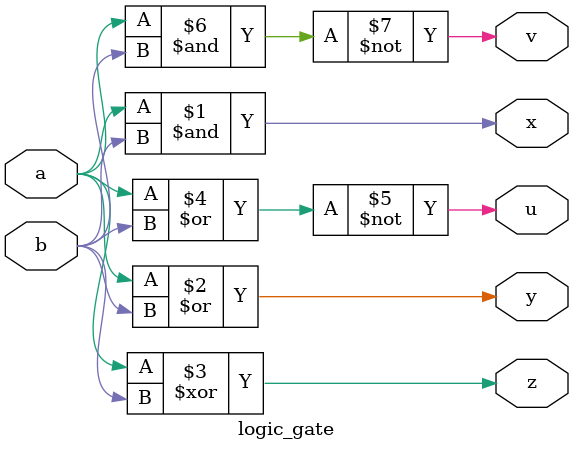
<source format=v>
module logic_gate(a, b, x, y, z, u, v);

input a, b;
output x, y, z, u, v;
wire x, y, z, u, v;
    
assign x=a&b;
assign y=a|b;
assign z=a^b;
assign u=~(a|b);
assign v=~(a&b);

endmodule

</source>
